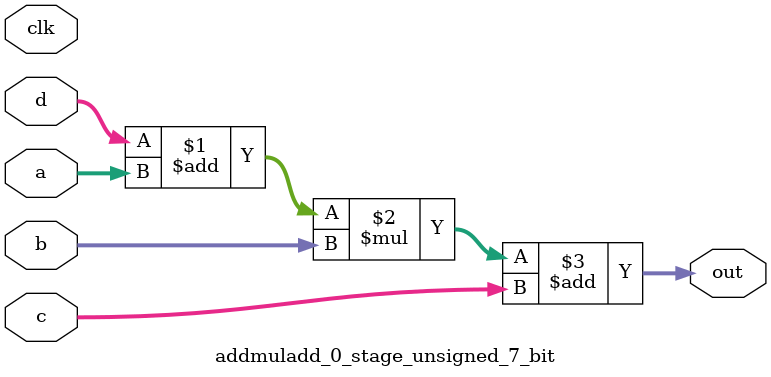
<source format=sv>
(* use_dsp = "yes" *) module addmuladd_0_stage_unsigned_7_bit(
	input  [6:0] a,
	input  [6:0] b,
	input  [6:0] c,
	input  [6:0] d,
	output [6:0] out,
	input clk);

	assign out = ((d + a) * b) + c;
endmodule

</source>
